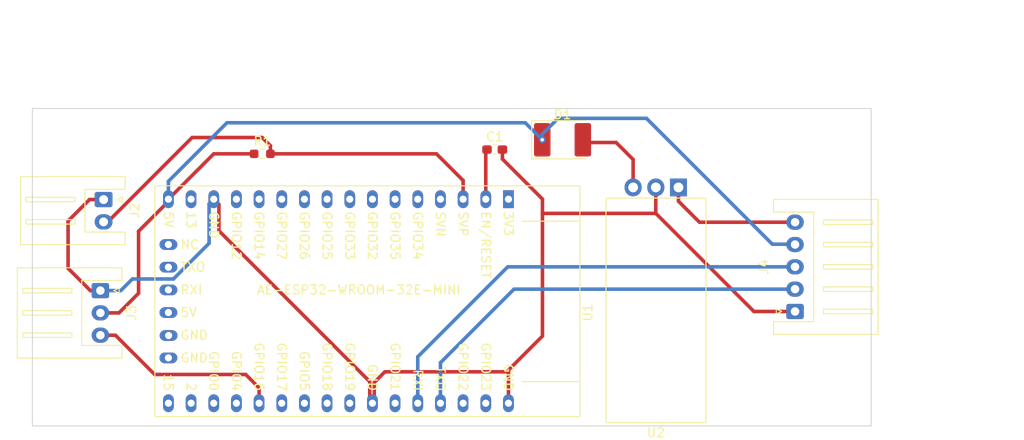
<source format=kicad_pcb>
(kicad_pcb (version 20240108) (generator "pcbnew") (generator_version "8.0")
  (title_block (date "2024-09-20"))
  (layers (0 "F.Cu" signal) (31 "B.Cu" signal) (34 "B.Paste" user) (35 "F.Paste" user) (36 "B.SilkS" user "B.Silkscreen") (37 "F.SilkS" user "F.Silkscreen") (38 "B.Mask" user) (39 "F.Mask" user) (44 "Edge.Cuts" user))
  (net 0 "")
  (net 1 "GND")
  (net 2 "/SENSE")
  (net 3 "+5V")
  (net 4 "/SERVO")
  (net 25 "/RXD")
  (net 26 "/TXD")
  (net 34 "/Battery+")
  (net 35 "Net-(U1-EN{slash}RESET)")
  (net 36 "Net-(D1-A)")
  (footprint "sasimaniki:AE-LXDC55" (layer "F.Cu") (at 173.99 72.34 180)
    (property "Reference" "U2" (at 2.539999 -27.473901 0) (layer "F.SilkS"))
    (property "Value" "AE-LXDC55-5V")
    (fp_line (start 8.12 -26.35) (end 8.12 -1.19) (stroke (width 0.12)) (layer "F.SilkS"))
    (fp_line (start -3.08 -1.19) (end 8.12 -1.19) (stroke (width 0.12)) (layer "F.SilkS"))
    (fp_line (start -3.08 -26.35) (end 8.12 -26.35) (stroke (width 0.12)) (layer "F.SilkS"))
    (fp_line (start -3.08 -26.35) (end -3.08 -1.19) (stroke (width 0.12)) (layer "F.SilkS"))
    (pad "" np_thru_hole oval (at 2.54 -18.27 180) (size 3.5 3.5) (drill 3.5) (layers "F&B.Cu" "*.Mask"))
    (pad "1" thru_hole rect (at 0 0 180) (size 1.905 2) (drill 1.1) (layers "*.Cu" "*.Mask") (net 34 "/Battery+"))
    (pad "2" thru_hole oval (at 2.54 0 180) (size 1.905 2) (drill 1.1) (layers "*.Cu" "*.Mask") (net 1 "GND"))
    (pad "3" thru_hole oval (at 5.08 0 180) (size 1.905 2) (drill 1.1) (layers "*.Cu" "*.Mask") (net 36 "Net-(D1-A)"))
  )
  (footprint "MountingHole:MountingHole_2.2mm_M2" (layer "F.Cu") (at 106.68 96.52)
    (property "Reference" "H2" (hide yes))
    (property "Value" "MountingHole")
    (pad "" np_thru_hole circle (at 0 0) (size 2.2 2.2) (drill 2.2) (layers "*.Cu" "*.Mask"))
  )
  (footprint "MountingHole:MountingHole_2.2mm_M2" (layer "F.Cu") (at 190.5 66.04)
    (property "Reference" "H3" (hide yes))
    (property "Value" "MountingHole")
    (pad "" np_thru_hole circle (at 0 0) (size 2.2 2.2) (drill 2.2) (layers "*.Cu" "*.Mask"))
  )
  (footprint "Connector_JST:JST_XH_S3B-XH-A_1x03_P2.50mm_Horizontal" (layer "F.Cu") (at 109.22 83.9 -90)
    (property "Reference" "J3" (at 2.5 -3.5 90) (layer "F.SilkS"))
    (property "Value" "Conn_01x03_Socket")
    (fp_line (start -2.56 9.31) (end -2.56 -2.41) (stroke (width 0.12)) (layer "F.SilkS"))
    (fp_line (start 2.5 9.31) (end -2.56 9.31) (stroke (width 0.12)) (layer "F.SilkS"))
    (fp_line (start 2.5 9.31) (end 7.56 9.31) (stroke (width 0.12)) (layer "F.SilkS"))
    (fp_line (start 7.56 9.31) (end 7.56 -2.41) (stroke (width 0.12)) (layer "F.SilkS"))
    (fp_line (start -0.25 8.7) (end 0.25 8.7) (stroke (width 0.12)) (layer "F.SilkS"))
    (fp_line (start 0.25 8.7) (end 0.25 3.2) (stroke (width 0.12)) (layer "F.SilkS"))
    (fp_line (start 2.25 8.7) (end 2.75 8.7) (stroke (width 0.12)) (layer "F.SilkS"))
    (fp_line (start 2.75 8.7) (end 2.75 3.2) (stroke (width 0.12)) (layer "F.SilkS"))
    (fp_line (start 4.75 8.7) (end 5.25 8.7) (stroke (width 0.12)) (layer "F.SilkS"))
    (fp_line (start 5.25 8.7) (end 5.25 3.2) (stroke (width 0.12)) (layer "F.SilkS"))
    (fp_line (start -0.25 3.2) (end -0.25 8.7) (stroke (width 0.12)) (layer "F.SilkS"))
    (fp_line (start 0.25 3.2) (end -0.25 3.2) (stroke (width 0.12)) (layer "F.SilkS"))
    (fp_line (start 2.25 3.2) (end 2.25 8.7) (stroke (width 0.12)) (layer "F.SilkS"))
    (fp_line (start 2.75 3.2) (end 2.25 3.2) (stroke (width 0.12)) (layer "F.SilkS"))
    (fp_line (start 4.75 3.2) (end 4.75 8.7) (stroke (width 0.12)) (layer "F.SilkS"))
    (fp_line (start 5.25 3.2) (end 4.75 3.2) (stroke (width 0.12)) (layer "F.SilkS"))
    (fp_line (start -1.14 2.09) (end 2.5 2.09) (stroke (width 0.12)) (layer "F.SilkS"))
    (fp_line (start 6.14 2.09) (end 2.5 2.09) (stroke (width 0.12)) (layer "F.SilkS"))
    (fp_line (start 0 -1.5) (end -0.3 -2.1) (stroke (width 0.12)) (layer "F.SilkS"))
    (fp_line (start -0.3 -2.1) (end 0.3 -2.1) (stroke (width 0.12)) (layer "F.SilkS"))
    (fp_line (start 0.3 -2.1) (end 0 -1.5) (stroke (width 0.12)) (layer "F.SilkS"))
    (fp_line (start -2.56 -2.41) (end -1.14 -2.41) (stroke (width 0.12)) (layer "F.SilkS"))
    (fp_line (start -1.14 -2.41) (end -1.14 2.09) (stroke (width 0.12)) (layer "F.SilkS"))
    (fp_line (start 6.14 -2.41) (end 6.14 2.09) (stroke (width 0.12)) (layer "F.SilkS"))
    (fp_line (start 7.56 -2.41) (end 6.14 -2.41) (stroke (width 0.12)) (layer "F.SilkS"))
    (pad "1" thru_hole roundrect (at 0 0 270) (size 1.7 1.95) (drill 0.95) (layers "*.Cu" "*.Mask") (roundrect_rratio 0.147059) (net 1 "GND"))
    (pad "2" thru_hole oval (at 2.5 0 270) (size 1.7 1.95) (drill 0.95) (layers "*.Cu" "*.Mask") (net 3 "+5V"))
    (pad "3" thru_hole oval (at 5 0 270) (size 1.7 1.95) (drill 0.95) (layers "*.Cu" "*.Mask") (net 4 "/SERVO"))
  )
  (footprint "sasimaniki:AE-ESP32-WROOM-32E-MINI" (layer "F.Cu") (at 154.94 73.66 -90)
    (property "Reference" "U1" (at 12.7 -8.89 90) (layer "F.SilkS"))
    (property "Value" "AE-ESP32-WROOM-32E-MINI" (at 10.16 16.76128 0) (layer "F.SilkS"))
    (fp_line (start -1.5 39.62) (end 24.359999 39.62) (stroke (width 0.12)) (layer "F.SilkS"))
    (fp_line (start 24.359999 39.62) (end 24.36 -8) (stroke (width 0.12)) (layer "F.SilkS"))
    (fp_line (start 2.46012 -1.5) (end 2.46012 -8) (stroke (width 0.12)) (layer "F.SilkS"))
    (fp_line (start -1.5 -8) (end -1.5 39.62) (stroke (width 0.12)) (layer "F.SilkS"))
    (fp_line (start 20.44332 -8) (end 20.44332 -1.5) (stroke (width 0.12)) (layer "F.SilkS"))
    (fp_line (start 24.36 -8) (end -1.5 -8) (stroke (width 0.12)) (layer "F.SilkS"))
    (fp_text user "GPIO33" (at 1.27 17.78 -90) (layer "F.SilkS") (effects (justify left)))
    (fp_text user "RXI" (at 10.16 36.83 0) (layer "F.SilkS") (effects (justify left)))
    (fp_text user "SVP" (at 1.27 5.08 -90) (layer "F.SilkS") (effects (justify left)))
    (fp_text user "TXO" (at 7.62 36.83 0) (layer "F.SilkS") (effects (justify left)))
    (fp_text user "5V" (at 1.27 38.1 -90) (layer "F.SilkS") (effects (justify left)))
    (fp_text user "GND" (at 1.27 33.02 -90) (layer "F.SilkS") (effects (justify left)))
    (fp_text user "EN/RESET" (at 1.27 2.54 -90) (layer "F.SilkS") (effects (justify left)))
    (fp_text user "GND" (at 17.78 36.83 0) (layer "F.SilkS") (effects (justify left)))
    (fp_text user "GPIO34" (at 1.27 10.16 -90) (layer "F.SilkS") (effects (justify left)))
    (fp_text user "GPIO35" (at 1.27 12.7 -90) (layer "F.SilkS") (effects (justify left)))
    (fp_text user "5V" (at 12.7 36.83 0) (layer "F.SilkS") (effects (justify left)))
    (fp_text user "GPIO4" (at 21.59 30.48 -90) (layer "F.SilkS") (effects (justify right)))
    (fp_text user "GPIO0" (at 21.59 33.02 -90) (layer "F.SilkS") (effects (justify right)))
    (fp_text user "13" (at 1.27 35.56 -90) (layer "F.SilkS") (effects (justify left)))
    (fp_text user "2" (at 21.59 35.56 -90) (layer "F.SilkS") (effects (justify right)))
    (fp_text user "GPIO32" (at 1.27 15.24 -90) (layer "F.SilkS") (effects (justify left)))
    (fp_text user "GPIO5" (at 21.59 22.86 -90) (layer "F.SilkS") (effects (justify right)))
    (fp_text user "GND" (at 15.24 36.83 0) (layer "F.SilkS") (effects (justify left)))
    (fp_text user "RXI" (at 21.59 10.16 -90) (layer "F.SilkS") (effects (justify right)))
    (fp_text user "TXO" (at 21.59 7.62 -90) (layer "F.SilkS") (effects (justify right)))
    (fp_text user "GPIO21" (at 21.59 12.7 -90) (layer "F.SilkS") (effects (justify right)))
    (fp_text user "GPIO19" (at 21.59 17.78 -90) (layer "F.SilkS") (effects (justify right)))
    (fp_text user "GPIO14" (at 1.27 27.94 -90) (layer "F.SilkS") (effects (justify left)))
    (fp_text user "SVN" (at 1.27 7.62 -90) (layer "F.SilkS") (effects (justify left)))
    (fp_text user "GPIO26" (at 1.27 22.86 -90) (layer "F.SilkS") (effects (justify left)))
    (fp_text user "15" (at 21.59 38.1 -90) (layer "F.SilkS") (effects (justify right)))
    (fp_text user "GPIO17" (at 21.59 25.4 -90) (layer "F.SilkS") (effects (justify right)))
    (fp_text user "GND" (at 21.59 0 -90) (layer "F.SilkS") (effects (justify right)))
    (fp_text user "GPIO22" (at 21.59 5.08 -90) (layer "F.SilkS") (effects (justify right)))
    (fp_text user "GPIO12" (at 1.27 30.48 -90) (layer "F.SilkS") (effects (justify left)))
    (fp_text user "GPIO25" (at 1.27 20.32 -90) (layer "F.SilkS") (effects (justify left)))
    (fp_text user "GPIO16" (at 21.59 27.94 -90) (layer "F.SilkS") (effects (justify right)))
    (fp_text user "3V3" (at 1.27 0 -90) (layer "F.SilkS") (effects (justify left)))
    (fp_text user "GND" (at 21.59 15.24 -90) (layer "F.SilkS") (effects (justify right)))
    (fp_text user "GPIO27" (at 1.27 25.4 -90) (layer "F.SilkS") (effects (justify left)))
    (fp_text user "GPIO18" (at 21.59 20.32 -90) (layer "F.SilkS") (effects (justify right)))
    (fp_text user "NC" (at 5.08 36.83 0) (layer "F.SilkS") (effects (justify left)))
    (fp_text user "GPIO23" (at 21.59 2.54 -90) (layer "F.SilkS") (effects (justify right)))
    (pad "1" thru_hole rect (at 0 0 180) (size 1.2 2) (drill 0.8) (layers "*.Cu" "*.Mask"))
    (pad "2" thru_hole oval (at 0 2.54 180) (size 1.2 2) (drill 0.8) (layers "*.Cu" "*.Mask") (net 35 "Net-(U1-EN{slash}RESET)"))
    (pad "3" thru_hole oval (at 0 5.08 180) (size 1.2 2) (drill 0.8) (layers "*.Cu" "*.Mask") (net 2 "/SENSE"))
    (pad "4" thru_hole oval (at 0 7.62 180) (size 1.2 2) (drill 0.8) (layers "*.Cu" "*.Mask"))
    (pad "5" thru_hole oval (at 0 10.16 180) (size 1.2 2) (drill 0.8) (layers "*.Cu" "*.Mask"))
    (pad "6" thru_hole oval (at 0 12.7 180) (size 1.2 2) (drill 0.8) (layers "*.Cu" "*.Mask"))
    (pad "7" thru_hole oval (at 0 15.24 180) (size 1.2 2) (drill 0.8) (layers "*.Cu" "*.Mask"))
    (pad "8" thru_hole oval (at 0 17.78 180) (size 1.2 2) (drill 0.8) (layers "*.Cu" "*.Mask"))
    (pad "9" thru_hole oval (at 0 20.32 180) (size 1.2 2) (drill 0.8) (layers "*.Cu" "*.Mask"))
    (pad "10" thru_hole oval (at 0 22.86 180) (size 1.2 2) (drill 0.8) (layers "*.Cu" "*.Mask"))
    (pad "11" thru_hole oval (at 0 25.4 180) (size 1.2 2) (drill 0.8) (layers "*.Cu" "*.Mask"))
    (pad "12" thru_hole oval (at 0 27.94 180) (size 1.2 2) (drill 0.8) (layers "*.Cu" "*.Mask"))
    (pad "13" thru_hole oval (at 0 30.48 180) (size 1.2 2) (drill 0.8) (layers "*.Cu" "*.Mask"))
    (pad "14" thru_hole oval (at 0 33.02 180) (size 1.2 2) (drill 0.8) (layers "*.Cu" "*.Mask") (net 1 "GND"))
    (pad "15" thru_hole oval (at 0 35.56 180) (size 1.2 2) (drill 0.8) (layers "*.Cu" "*.Mask"))
    (pad "16" thru_hole oval (at 0 38.1 180) (size 1.2 2) (drill 0.8) (layers "*.Cu" "*.Mask") (net 3 "+5V"))
    (pad "17" thru_hole oval (at 22.85632 38.09728 180) (size 1.2 2) (drill 0.8) (layers "*.Cu" "*.Mask"))
    (pad "18" thru_hole oval (at 22.85632 35.55728 180) (size 1.2 2) (drill 0.8) (layers "*.Cu" "*.Mask"))
    (pad "19" thru_hole oval (at 22.86 33.02 180) (size 1.2 2) (drill 0.8) (layers "*.Cu" "*.Mask"))
    (pad "20" thru_hole oval (at 22.86 30.48 180) (size 1.2 2) (drill 0.8) (layers "*.Cu" "*.Mask"))
    (pad "21" thru_hole oval (at 22.86 27.94 180) (size 1.2 2) (drill 0.8) (layers "*.Cu" "*.Mask") (net 4 "/SERVO"))
    (pad "22" thru_hole oval (at 22.86 25.4 180) (size 1.2 2) (drill 0.8) (layers "*.Cu" "*.Mask"))
    (pad "23" thru_hole oval (at 22.86 22.86 180) (size 1.2 2) (drill 0.8) (layers "*.Cu" "*.Mask"))
    (pad "24" thru_hole oval (at 22.86 20.32 180) (size 1.2 2) (drill 0.8) (layers "*.Cu" "*.Mask"))
    (pad "25" thru_hole oval (at 22.86 17.78 180) (size 1.2 2) (drill 0.8) (layers "*.Cu" "*.Mask"))
    (pad "26" thru_hole oval (at 22.86 15.24 180) (size 1.2 2) (drill 0.8) (layers "*.Cu" "*.Mask") (net 1 "GND"))
    (pad "27" thru_hole oval (at 22.86 12.7 180) (size 1.2 2) (drill 0.8) (layers "*.Cu" "*.Mask"))
    (pad "28" thru_hole oval (at 22.86 10.16 180) (size 1.2 2) (drill 0.8) (layers "*.Cu" "*.Mask") (net 26 "/TXD"))
    (pad "29" thru_hole oval (at 22.86 7.62 180) (size 1.2 2) (drill 0.8) (layers "*.Cu" "*.Mask") (net 25 "/RXD"))
    (pad "30" thru_hole oval (at 22.86 5.08 180) (size 1.2 2) (drill 0.8) (layers "*.Cu" "*.Mask"))
    (pad "31" thru_hole oval (at 22.86 2.54 180) (size 1.2 2) (drill 0.8) (layers "*.Cu" "*.Mask"))
    (pad "32" thru_hole oval (at 22.86 0 180) (size 1.2 2) (drill 0.8) (layers "*.Cu" "*.Mask") (net 1 "GND"))
    (pad "33" thru_hole oval (at 5.08 38.1 180) (size 2 1.2) (drill 0.8) (layers "*.Cu" "*.Mask"))
    (pad "34" thru_hole oval (at 7.62 38.1 180) (size 2 1.2) (drill 0.8) (layers "*.Cu" "*.Mask"))
    (pad "35" thru_hole oval (at 10.16 38.1 180) (size 2 1.2) (drill 0.8) (layers "*.Cu" "*.Mask"))
    (pad "36" thru_hole oval (at 12.7 38.1 180) (size 2 1.2) (drill 0.8) (layers "*.Cu" "*.Mask"))
    (pad "37" thru_hole oval (at 15.274408 38.076495 180) (size 2 1.2) (drill 0.8) (layers "*.Cu" "*.Mask"))
    (pad "38" thru_hole oval (at 17.78 38.1 180) (size 2 1.2) (drill 0.8) (layers "*.Cu" "*.Mask"))
  )
  (footprint "Diode_SMD:D_2114_3652Metric_Pad1.85x3.75mm_HandSolder" (layer "F.Cu") (at 161 67)
    (property "Reference" "D1" (at 0 -2.82 0) (layer "F.SilkS"))
    (property "Value" "D_Schottky")
    (fp_line (start -3.46 -2.135) (end -3.46 2.135) (stroke (width 0.12)) (layer "F.SilkS"))
    (fp_line (start -3.46 2.135) (end 2.6 2.135) (stroke (width 0.12)) (layer "F.SilkS"))
    (fp_line (start 2.6 -2.135) (end -3.46 -2.135) (stroke (width 0.12)) (layer "F.SilkS"))
    (pad "1" smd roundrect (at -2.275 0) (size 1.85 3.75) (layers "F.Cu" "F.Paste" "F.Mask") (roundrect_rratio 0.135135) (net 3 "+5V"))
    (pad "2" smd roundrect (at 2.275 0) (size 1.85 3.75) (layers "F.Cu" "F.Paste" "F.Mask") (roundrect_rratio 0.135135) (net 36 "Net-(D1-A)"))
  )
  (footprint "Resistor_SMD:R_0603_1608Metric_Pad0.98x0.95mm_HandSolder" (layer "F.Cu") (at 127.3575 68.58)
    (property "Reference" "R1" (at 0 -1.43 0) (layer "F.SilkS"))
    (property "Value" "10k")
    (fp_line (start -0.254724 -0.5225) (end 0.254724 -0.5225) (stroke (width 0.12)) (layer "F.SilkS"))
    (fp_line (start -0.254724 0.5225) (end 0.254724 0.5225) (stroke (width 0.12)) (layer "F.SilkS"))
    (pad "1" smd roundrect (at -0.9125 0) (size 0.975 0.95) (layers "F.Cu" "F.Paste" "F.Mask") (net 3 "+5V"))
    (pad "2" smd roundrect (at 0.9125 0) (size 0.975 0.95) (layers "F.Cu" "F.Paste" "F.Mask") (net 2 "/SENSE"))
  )
  (footprint "Capacitor_SMD:C_0603_1608Metric_Pad1.08x0.95mm_HandSolder" (layer "F.Cu") (at 153.4 68.1)
    (property "Reference" "C1" (at 0 -1.43 0) (layer "F.SilkS"))
    (property "Value" "C")
    (fp_line (start -0.146267 -0.51) (end 0.146267 -0.51) (stroke (width 0.12)) (layer "F.SilkS"))
    (fp_line (start -0.146267 0.51) (end 0.146267 0.51) (stroke (width 0.12)) (layer "F.SilkS"))
    (pad "1" smd roundrect (at -0.8625 0) (size 1.075 0.95) (layers "F.Cu" "F.Paste" "F.Mask") (net 35 "Net-(U1-EN{slash}RESET)"))
    (pad "2" smd roundrect (at 0.8625 0) (size 1.075 0.95) (layers "F.Cu" "F.Paste" "F.Mask") (net 1 "GND"))
  )
  (footprint "Connector_JST:JST_XH_S2B-XH-A_1x02_P2.50mm_Horizontal" (layer "F.Cu") (at 109.58 73.7 -90)
    (property "Reference" "J2" (at 1.25 -3.5 -90) (layer "F.SilkS"))
    (property "Value" "Conn_01x02_Socket")
    (fp_line (start -2.56 9.31) (end -2.56 -2.41) (stroke (width 0.12)) (layer "F.SilkS"))
    (fp_line (start 1.25 9.31) (end -2.56 9.31) (stroke (width 0.12)) (layer "F.SilkS"))
    (fp_line (start 1.25 9.31) (end 5.06 9.31) (stroke (width 0.12)) (layer "F.SilkS"))
    (fp_line (start 5.06 9.31) (end 5.06 -2.41) (stroke (width 0.12)) (layer "F.SilkS"))
    (fp_line (start -0.25 8.7) (end 0.25 8.7) (stroke (width 0.12)) (layer "F.SilkS"))
    (fp_line (start 0.25 8.7) (end 0.25 3.2) (stroke (width 0.12)) (layer "F.SilkS"))
    (fp_line (start 2.25 8.7) (end 2.75 8.7) (stroke (width 0.12)) (layer "F.SilkS"))
    (fp_line (start 2.75 8.7) (end 2.75 3.2) (stroke (width 0.12)) (layer "F.SilkS"))
    (fp_line (start -0.25 3.2) (end -0.25 8.7) (stroke (width 0.12)) (layer "F.SilkS"))
    (fp_line (start 0.25 3.2) (end -0.25 3.2) (stroke (width 0.12)) (layer "F.SilkS"))
    (fp_line (start 2.25 3.2) (end 2.25 8.7) (stroke (width 0.12)) (layer "F.SilkS"))
    (fp_line (start 2.75 3.2) (end 2.25 3.2) (stroke (width 0.12)) (layer "F.SilkS"))
    (fp_line (start -1.14 2.09) (end 1.25 2.09) (stroke (width 0.12)) (layer "F.SilkS"))
    (fp_line (start 3.64 2.09) (end 1.25 2.09) (stroke (width 0.12)) (layer "F.SilkS"))
    (fp_line (start 0 -1.5) (end -0.3 -2.1) (stroke (width 0.12)) (layer "F.SilkS"))
    (fp_line (start -0.3 -2.1) (end 0.3 -2.1) (stroke (width 0.12)) (layer "F.SilkS"))
    (fp_line (start 0.3 -2.1) (end 0 -1.5) (stroke (width 0.12)) (layer "F.SilkS"))
    (fp_line (start -2.56 -2.41) (end -1.14 -2.41) (stroke (width 0.12)) (layer "F.SilkS"))
    (fp_line (start -1.14 -2.41) (end -1.14 2.09) (stroke (width 0.12)) (layer "F.SilkS"))
    (fp_line (start 3.64 -2.41) (end 3.64 2.09) (stroke (width 0.12)) (layer "F.SilkS"))
    (fp_line (start 5.06 -2.41) (end 3.64 -2.41) (stroke (width 0.12)) (layer "F.SilkS"))
    (pad "1" thru_hole roundrect (at 0 0 270) (size 1.7 2) (drill 1) (layers "*.Cu" "*.Mask") (roundrect_rratio 0.147059) (net 1 "GND"))
    (pad "2" thru_hole oval (at 2.5 0 270) (size 1.7 2) (drill 1) (layers "*.Cu" "*.Mask") (net 2 "/SENSE"))
  )
  (footprint "MountingHole:MountingHole_2.2mm_M2" (layer "F.Cu") (at 106.68 66.04)
    (property "Reference" "H1" (hide yes))
    (property "Value" "MountingHole")
    (pad "" np_thru_hole circle (at 0 0) (size 2.2 2.2) (drill 2.2) (layers "*.Cu" "*.Mask"))
  )
  (footprint "Connector_JST:JST_XH_S5B-XH-A_1x05_P2.50mm_Horizontal" (layer "F.Cu") (at 187.05 86.24 90)
    (property "Reference" "J4" (at 5 -3.5 90) (layer "F.SilkS"))
    (property "Value" "Conn_01x05_Pin")
    (fp_line (start 12.56 -2.41) (end 11.14 -2.41) (stroke (width 0.12)) (layer "F.SilkS"))
    (fp_line (start 11.14 -2.41) (end 11.14 2.09) (stroke (width 0.12)) (layer "F.SilkS"))
    (fp_line (start -1.14 -2.41) (end -1.14 2.09) (stroke (width 0.12)) (layer "F.SilkS"))
    (fp_line (start -2.56 -2.41) (end -1.14 -2.41) (stroke (width 0.12)) (layer "F.SilkS"))
    (fp_line (start 0.3 -2.1) (end 0 -1.5) (stroke (width 0.12)) (layer "F.SilkS"))
    (fp_line (start -0.3 -2.1) (end 0.3 -2.1) (stroke (width 0.12)) (layer "F.SilkS"))
    (fp_line (start 0 -1.5) (end -0.3 -2.1) (stroke (width 0.12)) (layer "F.SilkS"))
    (fp_line (start 11.14 2.09) (end 5 2.09) (stroke (width 0.12)) (layer "F.SilkS"))
    (fp_line (start -1.14 2.09) (end 5 2.09) (stroke (width 0.12)) (layer "F.SilkS"))
    (fp_line (start 10.25 3.2) (end 9.75 3.2) (stroke (width 0.12)) (layer "F.SilkS"))
    (fp_line (start 9.75 3.2) (end 9.75 8.7) (stroke (width 0.12)) (layer "F.SilkS"))
    (fp_line (start 7.75 3.2) (end 7.25 3.2) (stroke (width 0.12)) (layer "F.SilkS"))
    (fp_line (start 7.25 3.2) (end 7.25 8.7) (stroke (width 0.12)) (layer "F.SilkS"))
    (fp_line (start 5.25 3.2) (end 4.75 3.2) (stroke (width 0.12)) (layer "F.SilkS"))
    (fp_line (start 4.75 3.2) (end 4.75 8.7) (stroke (width 0.12)) (layer "F.SilkS"))
    (fp_line (start 2.75 3.2) (end 2.25 3.2) (stroke (width 0.12)) (layer "F.SilkS"))
    (fp_line (start 2.25 3.2) (end 2.25 8.7) (stroke (width 0.12)) (layer "F.SilkS"))
    (fp_line (start 0.25 3.2) (end -0.25 3.2) (stroke (width 0.12)) (layer "F.SilkS"))
    (fp_line (start -0.25 3.2) (end -0.25 8.7) (stroke (width 0.12)) (layer "F.SilkS"))
    (fp_line (start 10.25 8.7) (end 10.25 3.2) (stroke (width 0.12)) (layer "F.SilkS"))
    (fp_line (start 9.75 8.7) (end 10.25 8.7) (stroke (width 0.12)) (layer "F.SilkS"))
    (fp_line (start 7.75 8.7) (end 7.75 3.2) (stroke (width 0.12)) (layer "F.SilkS"))
    (fp_line (start 7.25 8.7) (end 7.75 8.7) (stroke (width 0.12)) (layer "F.SilkS"))
    (fp_line (start 5.25 8.7) (end 5.25 3.2) (stroke (width 0.12)) (layer "F.SilkS"))
    (fp_line (start 4.75 8.7) (end 5.25 8.7) (stroke (width 0.12)) (layer "F.SilkS"))
    (fp_line (start 2.75 8.7) (end 2.75 3.2) (stroke (width 0.12)) (layer "F.SilkS"))
    (fp_line (start 2.25 8.7) (end 2.75 8.7) (stroke (width 0.12)) (layer "F.SilkS"))
    (fp_line (start 0.25 8.7) (end 0.25 3.2) (stroke (width 0.12)) (layer "F.SilkS"))
    (fp_line (start -0.25 8.7) (end 0.25 8.7) (stroke (width 0.12)) (layer "F.SilkS"))
    (fp_line (start 12.56 9.31) (end 12.56 -2.41) (stroke (width 0.12)) (layer "F.SilkS"))
    (fp_line (start 5 9.31) (end 12.56 9.31) (stroke (width 0.12)) (layer "F.SilkS"))
    (fp_line (start 5 9.31) (end -2.56 9.31) (stroke (width 0.12)) (layer "F.SilkS"))
    (fp_line (start -2.56 9.31) (end -2.56 -2.41) (stroke (width 0.12)) (layer "F.SilkS"))
    (pad "1" thru_hole roundrect (at 0 0 90) (size 1.7 1.95) (drill 0.95) (layers "*.Cu" "*.Mask") (roundrect_rratio 0.147059) (net 1 "GND"))
    (pad "2" thru_hole oval (at 2.5 0 90) (size 1.7 1.95) (drill 0.95) (layers "*.Cu" "*.Mask") (net 25 "/RXD"))
    (pad "3" thru_hole oval (at 5 0 90) (size 1.7 1.95) (drill 0.95) (layers "*.Cu" "*.Mask") (net 26 "/TXD"))
    (pad "4" thru_hole oval (at 7.5 0 90) (size 1.7 1.95) (drill 0.95) (layers "*.Cu" "*.Mask") (net 3 "+5V"))
    (pad "5" thru_hole oval (at 10 0 90) (size 1.7 1.95) (drill 0.95) (layers "*.Cu" "*.Mask") (net 34 "/Battery+"))
  )
  (footprint "MountingHole:MountingHole_2.2mm_M2" (layer "F.Cu") (at 190.5 96.52)
    (property "Reference" "H4" (hide yes))
    (property "Value" "MountingHole")
    (pad "" np_thru_hole circle (at 0 0) (size 2.2 2.2) (drill 2.2) (layers "*.Cu" "*.Mask"))
  )
  (gr_line (start 195.58 63.5) (end 195.58 99.06) (stroke (width 0.1)) (layer "Edge.Cuts"))
  (gr_line (start 101.6 63.5) (end 195.58 63.5) (stroke (width 0.1)) (layer "Edge.Cuts"))
  (gr_line (start 101.6 99.06) (end 101.6 63.5) (stroke (width 0.1)) (layer "Edge.Cuts"))
  (gr_line (start 195.58 99.06) (end 101.6 99.06) (stroke (width 0.1)) (layer "Edge.Cuts"))
  (segment (start 154.94 93) (end 154.94 96.52) (width 0.4) (layer "F.Cu") (net 1))
  (segment (start 158.75 75.3) (end 158.75 89) (width 0.4) (layer "F.Cu") (net 1))
  (segment (start 139.9 96.32) (end 139.9 94.2) (width 0.4) (layer "F.Cu") (net 1))
  (segment (start 158.75 89) (end 154.94 92.81) (width 0.4) (layer "F.Cu") (net 1))
  (segment (start 122.5 77.2) (end 139.4 94.1) (width 0.4) (layer "F.Cu") (net 1))
  (segment (start 122.5 74.24) (end 122.5 77.2) (width 0.4) (layer "F.Cu") (net 1))
  (segment (start 108 73.7) (end 109.58 73.7) (width 0.4) (layer "F.Cu") (net 1))
  (segment (start 171.45 75.25) (end 158.8 75.25) (width 0.4) (layer "F.Cu") (net 1))
  (segment (start 154.94 92.81) (end 154.94 93) (width 0.4) (layer "F.Cu") (net 1))
  (segment (start 141.1 93) (end 154.94 93) (width 0.4) (layer "F.Cu") (net 1))
  (segment (start 139.4 96.22) (end 139.7 96.52) (width 0.4) (layer "F.Cu") (net 1))
  (segment (start 105.6 81.4) (end 105.6 76.1) (width 0.4) (layer "F.Cu") (net 1))
  (segment (start 154.2625 69.1625) (end 158.75 73.65) (width 0.4) (layer "F.Cu") (net 1))
  (segment (start 171.45 75.25) (end 171.45 72.34) (width 0.4) (layer "F.Cu") (net 1))
  (segment (start 105.6 76.1) (end 108 73.7) (width 0.4) (layer "F.Cu") (net 1))
  (segment (start 182.44 86.24) (end 171.45 75.25) (width 0.4) (layer "F.Cu") (net 1))
  (segment (start 158.8 75.25) (end 158.75 75.3) (width 0.4) (layer "F.Cu") (net 1))
  (segment (start 187.05 86.24) (end 182.44 86.24) (width 0.4) (layer "F.Cu") (net 1))
  (segment (start 121.92 73.66) (end 122.5 74.24) (width 0.4) (layer "F.Cu") (net 1))
  (segment (start 139.7 96.52) (end 139.9 96.32) (width 0.4) (layer "F.Cu") (net 1))
  (segment (start 109.22 83.9) (end 108.1 83.9) (width 0.4) (layer "F.Cu") (net 1))
  (segment (start 139.9 94.2) (end 141.1 93) (width 0.4) (layer "F.Cu") (net 1))
  (segment (start 139.4 94.1) (end 139.4 96.22) (width 0.4) (layer "F.Cu") (net 1))
  (segment (start 158.75 73.65) (end 158.75 75.3) (width 0.4) (layer "F.Cu") (net 1))
  (segment (start 108.1 83.9) (end 105.6 81.4) (width 0.4) (layer "F.Cu") (net 1))
  (segment (start 154.2625 68.1) (end 154.2625 69.1625) (width 0.4) (layer "F.Cu") (net 1))
  (segment (start 121.4 78.6) (end 117.4 82.6) (width 0.4) (layer "B.Cu") (net 1))
  (segment (start 121.92 73.66) (end 121.4 74.18) (width 0.4) (layer "B.Cu") (net 1))
  (segment (start 111.5 83.9) (end 109.22 83.9) (width 0.4) (layer "B.Cu") (net 1))
  (segment (start 121.4 74.18) (end 121.4 78.6) (width 0.4) (layer "B.Cu") (net 1))
  (segment (start 117.4 82.6) (end 112.8 82.6) (width 0.4) (layer "B.Cu") (net 1))
  (segment (start 112.8 82.6) (end 111.5 83.9) (width 0.4) (layer "B.Cu") (net 1))
  (segment (start 110.05 76.2) (end 109.58 76.2) (width 0.4) (layer "F.Cu") (net 2))
  (segment (start 128.27 68.58) (end 128.27 67.67) (width 0.4) (layer "F.Cu") (net 2))
  (segment (start 128.27 68.58) (end 146.88 68.58) (width 0.4) (layer "F.Cu") (net 2))
  (segment (start 146.88 68.58) (end 149.86 71.56) (width 0.4) (layer "F.Cu") (net 2))
  (segment (start 149.86 71.56) (end 149.86 73.66) (width 0.4) (layer "F.Cu") (net 2))
  (segment (start 119.5 66.75) (end 110.05 76.2) (width 0.4) (layer "F.Cu") (net 2))
  (segment (start 127.35 66.75) (end 119.5 66.75) (width 0.4) (layer "F.Cu") (net 2))
  (segment (start 128.27 67.67) (end 127.35 66.75) (width 0.4) (layer "F.Cu") (net 2))
  (segment (start 113.5 77.25) (end 116.84 73.91) (width 0.4) (layer "F.Cu") (net 3))
  (segment (start 116.84 73.91) (end 116.84 73.66) (width 0.4) (layer "F.Cu") (net 3))
  (segment (start 121.92 68.58) (end 116.84 73.66) (width 0.4) (layer "F.Cu") (net 3))
  (segment (start 113.5 84.2) (end 113.5 77.25) (width 0.4) (layer "F.Cu") (net 3))
  (segment (start 109.22 86.4) (end 111.3 86.4) (width 0.4) (layer "F.Cu") (net 3))
  (segment (start 126.445 68.58) (end 121.92 68.58) (width 0.4) (layer "F.Cu") (net 3))
  (segment (start 111.3 86.4) (end 113.5 84.2) (width 0.4) (layer "F.Cu") (net 3))
  (via (at 158.725 67) (size 0.8) (drill 0.4) (layers "F.Cu" "B.Cu") (net 3))
  (segment (start 187.05 78.74) (end 187.01 78.7) (width 0.4) (layer "B.Cu") (net 3))
  (segment (start 170.4 64.6) (end 160.5 64.6) (width 0.4) (layer "B.Cu") (net 3))
  (segment (start 156.825 65.1) (end 123.4 65.1) (width 0.4) (layer "B.Cu") (net 3))
  (segment (start 116.84 71.66) (end 116.84 73.66) (width 0.4) (layer "B.Cu") (net 3))
  (segment (start 158.725 66.375) (end 158.725 67) (width 0.4) (layer "B.Cu") (net 3))
  (segment (start 160.5 64.6) (end 158.725 66.375) (width 0.4) (layer "B.Cu") (net 3))
  (segment (start 158.725 67) (end 156.825 65.1) (width 0.4) (layer "B.Cu") (net 3))
  (segment (start 123.4 65.1) (end 116.84 71.66) (width 0.4) (layer "B.Cu") (net 3))
  (segment (start 184.5 78.7) (end 170.4 64.6) (width 0.4) (layer "B.Cu") (net 3))
  (segment (start 187.01 78.7) (end 184.5 78.7) (width 0.4) (layer "B.Cu") (net 3))
  (segment (start 125.5 93.3) (end 127 94.8) (width 0.4) (layer "F.Cu") (net 4))
  (segment (start 109.22 88.9) (end 110.9 88.9) (width 0.4) (layer "F.Cu") (net 4))
  (segment (start 127 94.8) (end 127 96.52) (width 0.4) (layer "F.Cu") (net 4))
  (segment (start 115.3 93.3) (end 125.5 93.3) (width 0.4) (layer "F.Cu") (net 4))
  (segment (start 110.9 88.9) (end 115.3 93.3) (width 0.4) (layer "F.Cu") (net 4))
  (segment (start 147.32 96.52) (end 147.32 91.98) (width 0.4) (layer "B.Cu") (net 25))
  (segment (start 155.56 83.74) (end 187.05 83.74) (width 0.4) (layer "B.Cu") (net 25))
  (segment (start 147.32 91.98) (end 155.56 83.74) (width 0.4) (layer "B.Cu") (net 25))
  (segment (start 144.78 91.32) (end 154.86 81.24) (width 0.4) (layer "B.Cu") (net 26))
  (segment (start 144.78 96.52) (end 144.78 91.32) (width 0.4) (layer "B.Cu") (net 26))
  (segment (start 154.86 81.24) (end 187.05 81.24) (width 0.4) (layer "B.Cu") (net 26))
  (segment (start 176.34 76.24) (end 173.99 73.89) (width 0.4) (layer "F.Cu") (net 34))
  (segment (start 173.99 73.89) (end 173.99 72.34) (width 0.4) (layer "F.Cu") (net 34))
  (segment (start 187.05 76.24) (end 176.34 76.24) (width 0.4) (layer "F.Cu") (net 34))
  (segment (start 152.5375 68.1) (end 152.4 68.2375) (width 0.4) (layer "F.Cu") (net 35))
  (segment (start 152.4 68.2375) (end 152.4 73.66) (width 0.4) (layer "F.Cu") (net 35))
  (segment (start 168.91 69.21) (end 167.01 67.31) (width 0.4) (layer "F.Cu") (net 36))
  (segment (start 168.91 72.34) (end 168.91 69.21) (width 0.4) (layer "F.Cu") (net 36))
  (segment (start 167.01 67.31) (end 163.585 67.31) (width 0.4) (layer "F.Cu") (net 36))
  (segment (start 163.585 67.31) (end 163.275 67) (width 0.4) (layer "F.Cu") (net 36))
)
</source>
